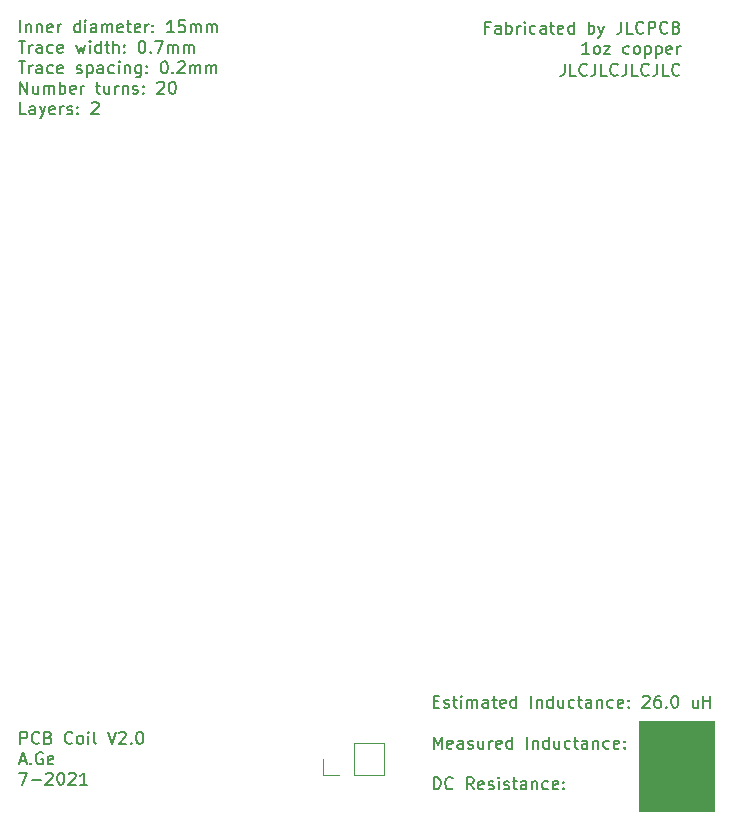
<source format=gbr>
G04 #@! TF.GenerationSoftware,KiCad,Pcbnew,(5.1.6)-1*
G04 #@! TF.CreationDate,2021-07-30T18:51:46-07:00*
G04 #@! TF.ProjectId,Inductor Coils,496e6475-6374-46f7-9220-436f696c732e,rev?*
G04 #@! TF.SameCoordinates,Original*
G04 #@! TF.FileFunction,Legend,Top*
G04 #@! TF.FilePolarity,Positive*
%FSLAX46Y46*%
G04 Gerber Fmt 4.6, Leading zero omitted, Abs format (unit mm)*
G04 Created by KiCad (PCBNEW (5.1.6)-1) date 2021-07-30 18:51:46*
%MOMM*%
%LPD*%
G01*
G04 APERTURE LIST*
%ADD10C,0.100000*%
%ADD11C,0.203200*%
%ADD12C,0.120000*%
G04 APERTURE END LIST*
D10*
G36*
X259080000Y-159385000D02*
G01*
X252730000Y-159385000D01*
X252730000Y-155575000D01*
X259080000Y-155575000D01*
X259080000Y-159385000D01*
G37*
X259080000Y-159385000D02*
X252730000Y-159385000D01*
X252730000Y-155575000D01*
X259080000Y-155575000D01*
X259080000Y-159385000D01*
G36*
X259080000Y-155575000D02*
G01*
X252730000Y-155575000D01*
X252730000Y-151765000D01*
X259080000Y-151765000D01*
X259080000Y-155575000D01*
G37*
X259080000Y-155575000D02*
X252730000Y-155575000D01*
X252730000Y-151765000D01*
X259080000Y-151765000D01*
X259080000Y-155575000D01*
D11*
X240063539Y-93063828D02*
X239724872Y-93063828D01*
X239724872Y-93596019D02*
X239724872Y-92580019D01*
X240208681Y-92580019D01*
X241031158Y-93596019D02*
X241031158Y-93063828D01*
X240982777Y-92967066D01*
X240886015Y-92918685D01*
X240692491Y-92918685D01*
X240595729Y-92967066D01*
X241031158Y-93547638D02*
X240934396Y-93596019D01*
X240692491Y-93596019D01*
X240595729Y-93547638D01*
X240547348Y-93450876D01*
X240547348Y-93354114D01*
X240595729Y-93257352D01*
X240692491Y-93208971D01*
X240934396Y-93208971D01*
X241031158Y-93160590D01*
X241514967Y-93596019D02*
X241514967Y-92580019D01*
X241514967Y-92967066D02*
X241611729Y-92918685D01*
X241805253Y-92918685D01*
X241902015Y-92967066D01*
X241950396Y-93015447D01*
X241998777Y-93112209D01*
X241998777Y-93402495D01*
X241950396Y-93499257D01*
X241902015Y-93547638D01*
X241805253Y-93596019D01*
X241611729Y-93596019D01*
X241514967Y-93547638D01*
X242434205Y-93596019D02*
X242434205Y-92918685D01*
X242434205Y-93112209D02*
X242482586Y-93015447D01*
X242530967Y-92967066D01*
X242627729Y-92918685D01*
X242724491Y-92918685D01*
X243063158Y-93596019D02*
X243063158Y-92918685D01*
X243063158Y-92580019D02*
X243014777Y-92628400D01*
X243063158Y-92676780D01*
X243111539Y-92628400D01*
X243063158Y-92580019D01*
X243063158Y-92676780D01*
X243982396Y-93547638D02*
X243885634Y-93596019D01*
X243692110Y-93596019D01*
X243595348Y-93547638D01*
X243546967Y-93499257D01*
X243498586Y-93402495D01*
X243498586Y-93112209D01*
X243546967Y-93015447D01*
X243595348Y-92967066D01*
X243692110Y-92918685D01*
X243885634Y-92918685D01*
X243982396Y-92967066D01*
X244853253Y-93596019D02*
X244853253Y-93063828D01*
X244804872Y-92967066D01*
X244708110Y-92918685D01*
X244514586Y-92918685D01*
X244417824Y-92967066D01*
X244853253Y-93547638D02*
X244756491Y-93596019D01*
X244514586Y-93596019D01*
X244417824Y-93547638D01*
X244369443Y-93450876D01*
X244369443Y-93354114D01*
X244417824Y-93257352D01*
X244514586Y-93208971D01*
X244756491Y-93208971D01*
X244853253Y-93160590D01*
X245191920Y-92918685D02*
X245578967Y-92918685D01*
X245337062Y-92580019D02*
X245337062Y-93450876D01*
X245385443Y-93547638D01*
X245482205Y-93596019D01*
X245578967Y-93596019D01*
X246304681Y-93547638D02*
X246207920Y-93596019D01*
X246014396Y-93596019D01*
X245917634Y-93547638D01*
X245869253Y-93450876D01*
X245869253Y-93063828D01*
X245917634Y-92967066D01*
X246014396Y-92918685D01*
X246207920Y-92918685D01*
X246304681Y-92967066D01*
X246353062Y-93063828D01*
X246353062Y-93160590D01*
X245869253Y-93257352D01*
X247223920Y-93596019D02*
X247223920Y-92580019D01*
X247223920Y-93547638D02*
X247127158Y-93596019D01*
X246933634Y-93596019D01*
X246836872Y-93547638D01*
X246788491Y-93499257D01*
X246740110Y-93402495D01*
X246740110Y-93112209D01*
X246788491Y-93015447D01*
X246836872Y-92967066D01*
X246933634Y-92918685D01*
X247127158Y-92918685D01*
X247223920Y-92967066D01*
X248481824Y-93596019D02*
X248481824Y-92580019D01*
X248481824Y-92967066D02*
X248578586Y-92918685D01*
X248772110Y-92918685D01*
X248868872Y-92967066D01*
X248917253Y-93015447D01*
X248965634Y-93112209D01*
X248965634Y-93402495D01*
X248917253Y-93499257D01*
X248868872Y-93547638D01*
X248772110Y-93596019D01*
X248578586Y-93596019D01*
X248481824Y-93547638D01*
X249304300Y-92918685D02*
X249546205Y-93596019D01*
X249788110Y-92918685D02*
X249546205Y-93596019D01*
X249449443Y-93837923D01*
X249401062Y-93886304D01*
X249304300Y-93934685D01*
X251239539Y-92580019D02*
X251239539Y-93305733D01*
X251191158Y-93450876D01*
X251094396Y-93547638D01*
X250949253Y-93596019D01*
X250852491Y-93596019D01*
X252207158Y-93596019D02*
X251723348Y-93596019D01*
X251723348Y-92580019D01*
X253126396Y-93499257D02*
X253078015Y-93547638D01*
X252932872Y-93596019D01*
X252836110Y-93596019D01*
X252690967Y-93547638D01*
X252594205Y-93450876D01*
X252545824Y-93354114D01*
X252497443Y-93160590D01*
X252497443Y-93015447D01*
X252545824Y-92821923D01*
X252594205Y-92725161D01*
X252690967Y-92628400D01*
X252836110Y-92580019D01*
X252932872Y-92580019D01*
X253078015Y-92628400D01*
X253126396Y-92676780D01*
X253561824Y-93596019D02*
X253561824Y-92580019D01*
X253948872Y-92580019D01*
X254045634Y-92628400D01*
X254094015Y-92676780D01*
X254142396Y-92773542D01*
X254142396Y-92918685D01*
X254094015Y-93015447D01*
X254045634Y-93063828D01*
X253948872Y-93112209D01*
X253561824Y-93112209D01*
X255158396Y-93499257D02*
X255110015Y-93547638D01*
X254964872Y-93596019D01*
X254868110Y-93596019D01*
X254722967Y-93547638D01*
X254626205Y-93450876D01*
X254577824Y-93354114D01*
X254529443Y-93160590D01*
X254529443Y-93015447D01*
X254577824Y-92821923D01*
X254626205Y-92725161D01*
X254722967Y-92628400D01*
X254868110Y-92580019D01*
X254964872Y-92580019D01*
X255110015Y-92628400D01*
X255158396Y-92676780D01*
X255932491Y-93063828D02*
X256077634Y-93112209D01*
X256126015Y-93160590D01*
X256174396Y-93257352D01*
X256174396Y-93402495D01*
X256126015Y-93499257D01*
X256077634Y-93547638D01*
X255980872Y-93596019D01*
X255593824Y-93596019D01*
X255593824Y-92580019D01*
X255932491Y-92580019D01*
X256029253Y-92628400D01*
X256077634Y-92676780D01*
X256126015Y-92773542D01*
X256126015Y-92870304D01*
X256077634Y-92967066D01*
X256029253Y-93015447D01*
X255932491Y-93063828D01*
X255593824Y-93063828D01*
X248530205Y-95323219D02*
X247949634Y-95323219D01*
X248239920Y-95323219D02*
X248239920Y-94307219D01*
X248143158Y-94452361D01*
X248046396Y-94549123D01*
X247949634Y-94597504D01*
X249110777Y-95323219D02*
X249014015Y-95274838D01*
X248965634Y-95226457D01*
X248917253Y-95129695D01*
X248917253Y-94839409D01*
X248965634Y-94742647D01*
X249014015Y-94694266D01*
X249110777Y-94645885D01*
X249255920Y-94645885D01*
X249352681Y-94694266D01*
X249401062Y-94742647D01*
X249449443Y-94839409D01*
X249449443Y-95129695D01*
X249401062Y-95226457D01*
X249352681Y-95274838D01*
X249255920Y-95323219D01*
X249110777Y-95323219D01*
X249788110Y-94645885D02*
X250320300Y-94645885D01*
X249788110Y-95323219D01*
X250320300Y-95323219D01*
X251916872Y-95274838D02*
X251820110Y-95323219D01*
X251626586Y-95323219D01*
X251529824Y-95274838D01*
X251481443Y-95226457D01*
X251433062Y-95129695D01*
X251433062Y-94839409D01*
X251481443Y-94742647D01*
X251529824Y-94694266D01*
X251626586Y-94645885D01*
X251820110Y-94645885D01*
X251916872Y-94694266D01*
X252497443Y-95323219D02*
X252400681Y-95274838D01*
X252352300Y-95226457D01*
X252303920Y-95129695D01*
X252303920Y-94839409D01*
X252352300Y-94742647D01*
X252400681Y-94694266D01*
X252497443Y-94645885D01*
X252642586Y-94645885D01*
X252739348Y-94694266D01*
X252787729Y-94742647D01*
X252836110Y-94839409D01*
X252836110Y-95129695D01*
X252787729Y-95226457D01*
X252739348Y-95274838D01*
X252642586Y-95323219D01*
X252497443Y-95323219D01*
X253271539Y-94645885D02*
X253271539Y-95661885D01*
X253271539Y-94694266D02*
X253368300Y-94645885D01*
X253561824Y-94645885D01*
X253658586Y-94694266D01*
X253706967Y-94742647D01*
X253755348Y-94839409D01*
X253755348Y-95129695D01*
X253706967Y-95226457D01*
X253658586Y-95274838D01*
X253561824Y-95323219D01*
X253368300Y-95323219D01*
X253271539Y-95274838D01*
X254190777Y-94645885D02*
X254190777Y-95661885D01*
X254190777Y-94694266D02*
X254287539Y-94645885D01*
X254481062Y-94645885D01*
X254577824Y-94694266D01*
X254626205Y-94742647D01*
X254674586Y-94839409D01*
X254674586Y-95129695D01*
X254626205Y-95226457D01*
X254577824Y-95274838D01*
X254481062Y-95323219D01*
X254287539Y-95323219D01*
X254190777Y-95274838D01*
X255497062Y-95274838D02*
X255400300Y-95323219D01*
X255206777Y-95323219D01*
X255110015Y-95274838D01*
X255061634Y-95178076D01*
X255061634Y-94791028D01*
X255110015Y-94694266D01*
X255206777Y-94645885D01*
X255400300Y-94645885D01*
X255497062Y-94694266D01*
X255545443Y-94791028D01*
X255545443Y-94887790D01*
X255061634Y-94984552D01*
X255980872Y-95323219D02*
X255980872Y-94645885D01*
X255980872Y-94839409D02*
X256029253Y-94742647D01*
X256077634Y-94694266D01*
X256174396Y-94645885D01*
X256271158Y-94645885D01*
X246449824Y-96143619D02*
X246449824Y-96869333D01*
X246401443Y-97014476D01*
X246304681Y-97111238D01*
X246159539Y-97159619D01*
X246062777Y-97159619D01*
X247417443Y-97159619D02*
X246933634Y-97159619D01*
X246933634Y-96143619D01*
X248336681Y-97062857D02*
X248288300Y-97111238D01*
X248143158Y-97159619D01*
X248046396Y-97159619D01*
X247901253Y-97111238D01*
X247804491Y-97014476D01*
X247756110Y-96917714D01*
X247707729Y-96724190D01*
X247707729Y-96579047D01*
X247756110Y-96385523D01*
X247804491Y-96288761D01*
X247901253Y-96192000D01*
X248046396Y-96143619D01*
X248143158Y-96143619D01*
X248288300Y-96192000D01*
X248336681Y-96240380D01*
X249062396Y-96143619D02*
X249062396Y-96869333D01*
X249014015Y-97014476D01*
X248917253Y-97111238D01*
X248772110Y-97159619D01*
X248675348Y-97159619D01*
X250030015Y-97159619D02*
X249546205Y-97159619D01*
X249546205Y-96143619D01*
X250949253Y-97062857D02*
X250900872Y-97111238D01*
X250755729Y-97159619D01*
X250658967Y-97159619D01*
X250513824Y-97111238D01*
X250417062Y-97014476D01*
X250368681Y-96917714D01*
X250320300Y-96724190D01*
X250320300Y-96579047D01*
X250368681Y-96385523D01*
X250417062Y-96288761D01*
X250513824Y-96192000D01*
X250658967Y-96143619D01*
X250755729Y-96143619D01*
X250900872Y-96192000D01*
X250949253Y-96240380D01*
X251674967Y-96143619D02*
X251674967Y-96869333D01*
X251626586Y-97014476D01*
X251529824Y-97111238D01*
X251384681Y-97159619D01*
X251287920Y-97159619D01*
X252642586Y-97159619D02*
X252158777Y-97159619D01*
X252158777Y-96143619D01*
X253561824Y-97062857D02*
X253513443Y-97111238D01*
X253368300Y-97159619D01*
X253271539Y-97159619D01*
X253126396Y-97111238D01*
X253029634Y-97014476D01*
X252981253Y-96917714D01*
X252932872Y-96724190D01*
X252932872Y-96579047D01*
X252981253Y-96385523D01*
X253029634Y-96288761D01*
X253126396Y-96192000D01*
X253271539Y-96143619D01*
X253368300Y-96143619D01*
X253513443Y-96192000D01*
X253561824Y-96240380D01*
X254287539Y-96143619D02*
X254287539Y-96869333D01*
X254239158Y-97014476D01*
X254142396Y-97111238D01*
X253997253Y-97159619D01*
X253900491Y-97159619D01*
X255255158Y-97159619D02*
X254771348Y-97159619D01*
X254771348Y-96143619D01*
X256174396Y-97062857D02*
X256126015Y-97111238D01*
X255980872Y-97159619D01*
X255884110Y-97159619D01*
X255738967Y-97111238D01*
X255642205Y-97014476D01*
X255593824Y-96917714D01*
X255545443Y-96724190D01*
X255545443Y-96579047D01*
X255593824Y-96385523D01*
X255642205Y-96288761D01*
X255738967Y-96192000D01*
X255884110Y-96143619D01*
X255980872Y-96143619D01*
X256126015Y-96192000D01*
X256174396Y-96240380D01*
X200373984Y-93505219D02*
X200373984Y-92489219D01*
X200857794Y-92827885D02*
X200857794Y-93505219D01*
X200857794Y-92924647D02*
X200906175Y-92876266D01*
X201002937Y-92827885D01*
X201148080Y-92827885D01*
X201244841Y-92876266D01*
X201293222Y-92973028D01*
X201293222Y-93505219D01*
X201777032Y-92827885D02*
X201777032Y-93505219D01*
X201777032Y-92924647D02*
X201825413Y-92876266D01*
X201922175Y-92827885D01*
X202067318Y-92827885D01*
X202164080Y-92876266D01*
X202212460Y-92973028D01*
X202212460Y-93505219D01*
X203083318Y-93456838D02*
X202986556Y-93505219D01*
X202793032Y-93505219D01*
X202696270Y-93456838D01*
X202647889Y-93360076D01*
X202647889Y-92973028D01*
X202696270Y-92876266D01*
X202793032Y-92827885D01*
X202986556Y-92827885D01*
X203083318Y-92876266D01*
X203131699Y-92973028D01*
X203131699Y-93069790D01*
X202647889Y-93166552D01*
X203567127Y-93505219D02*
X203567127Y-92827885D01*
X203567127Y-93021409D02*
X203615508Y-92924647D01*
X203663889Y-92876266D01*
X203760651Y-92827885D01*
X203857413Y-92827885D01*
X205405603Y-93505219D02*
X205405603Y-92489219D01*
X205405603Y-93456838D02*
X205308841Y-93505219D01*
X205115318Y-93505219D01*
X205018556Y-93456838D01*
X204970175Y-93408457D01*
X204921794Y-93311695D01*
X204921794Y-93021409D01*
X204970175Y-92924647D01*
X205018556Y-92876266D01*
X205115318Y-92827885D01*
X205308841Y-92827885D01*
X205405603Y-92876266D01*
X205889413Y-93505219D02*
X205889413Y-92827885D01*
X205889413Y-92489219D02*
X205841032Y-92537600D01*
X205889413Y-92585980D01*
X205937794Y-92537600D01*
X205889413Y-92489219D01*
X205889413Y-92585980D01*
X206808651Y-93505219D02*
X206808651Y-92973028D01*
X206760270Y-92876266D01*
X206663508Y-92827885D01*
X206469984Y-92827885D01*
X206373222Y-92876266D01*
X206808651Y-93456838D02*
X206711889Y-93505219D01*
X206469984Y-93505219D01*
X206373222Y-93456838D01*
X206324841Y-93360076D01*
X206324841Y-93263314D01*
X206373222Y-93166552D01*
X206469984Y-93118171D01*
X206711889Y-93118171D01*
X206808651Y-93069790D01*
X207292460Y-93505219D02*
X207292460Y-92827885D01*
X207292460Y-92924647D02*
X207340841Y-92876266D01*
X207437603Y-92827885D01*
X207582746Y-92827885D01*
X207679508Y-92876266D01*
X207727889Y-92973028D01*
X207727889Y-93505219D01*
X207727889Y-92973028D02*
X207776270Y-92876266D01*
X207873032Y-92827885D01*
X208018175Y-92827885D01*
X208114937Y-92876266D01*
X208163318Y-92973028D01*
X208163318Y-93505219D01*
X209034175Y-93456838D02*
X208937413Y-93505219D01*
X208743889Y-93505219D01*
X208647127Y-93456838D01*
X208598746Y-93360076D01*
X208598746Y-92973028D01*
X208647127Y-92876266D01*
X208743889Y-92827885D01*
X208937413Y-92827885D01*
X209034175Y-92876266D01*
X209082556Y-92973028D01*
X209082556Y-93069790D01*
X208598746Y-93166552D01*
X209372841Y-92827885D02*
X209759889Y-92827885D01*
X209517984Y-92489219D02*
X209517984Y-93360076D01*
X209566365Y-93456838D01*
X209663127Y-93505219D01*
X209759889Y-93505219D01*
X210485603Y-93456838D02*
X210388841Y-93505219D01*
X210195318Y-93505219D01*
X210098556Y-93456838D01*
X210050175Y-93360076D01*
X210050175Y-92973028D01*
X210098556Y-92876266D01*
X210195318Y-92827885D01*
X210388841Y-92827885D01*
X210485603Y-92876266D01*
X210533984Y-92973028D01*
X210533984Y-93069790D01*
X210050175Y-93166552D01*
X210969413Y-93505219D02*
X210969413Y-92827885D01*
X210969413Y-93021409D02*
X211017794Y-92924647D01*
X211066175Y-92876266D01*
X211162937Y-92827885D01*
X211259699Y-92827885D01*
X211598365Y-93408457D02*
X211646746Y-93456838D01*
X211598365Y-93505219D01*
X211549984Y-93456838D01*
X211598365Y-93408457D01*
X211598365Y-93505219D01*
X211598365Y-92876266D02*
X211646746Y-92924647D01*
X211598365Y-92973028D01*
X211549984Y-92924647D01*
X211598365Y-92876266D01*
X211598365Y-92973028D01*
X213388460Y-93505219D02*
X212807889Y-93505219D01*
X213098175Y-93505219D02*
X213098175Y-92489219D01*
X213001413Y-92634361D01*
X212904651Y-92731123D01*
X212807889Y-92779504D01*
X214307699Y-92489219D02*
X213823889Y-92489219D01*
X213775508Y-92973028D01*
X213823889Y-92924647D01*
X213920651Y-92876266D01*
X214162556Y-92876266D01*
X214259318Y-92924647D01*
X214307699Y-92973028D01*
X214356080Y-93069790D01*
X214356080Y-93311695D01*
X214307699Y-93408457D01*
X214259318Y-93456838D01*
X214162556Y-93505219D01*
X213920651Y-93505219D01*
X213823889Y-93456838D01*
X213775508Y-93408457D01*
X214791508Y-93505219D02*
X214791508Y-92827885D01*
X214791508Y-92924647D02*
X214839889Y-92876266D01*
X214936651Y-92827885D01*
X215081794Y-92827885D01*
X215178556Y-92876266D01*
X215226937Y-92973028D01*
X215226937Y-93505219D01*
X215226937Y-92973028D02*
X215275318Y-92876266D01*
X215372080Y-92827885D01*
X215517222Y-92827885D01*
X215613984Y-92876266D01*
X215662365Y-92973028D01*
X215662365Y-93505219D01*
X216146175Y-93505219D02*
X216146175Y-92827885D01*
X216146175Y-92924647D02*
X216194556Y-92876266D01*
X216291318Y-92827885D01*
X216436460Y-92827885D01*
X216533222Y-92876266D01*
X216581603Y-92973028D01*
X216581603Y-93505219D01*
X216581603Y-92973028D02*
X216629984Y-92876266D01*
X216726746Y-92827885D01*
X216871889Y-92827885D01*
X216968651Y-92876266D01*
X217017032Y-92973028D01*
X217017032Y-93505219D01*
X200228841Y-94216419D02*
X200809413Y-94216419D01*
X200519127Y-95232419D02*
X200519127Y-94216419D01*
X201148080Y-95232419D02*
X201148080Y-94555085D01*
X201148080Y-94748609D02*
X201196460Y-94651847D01*
X201244841Y-94603466D01*
X201341603Y-94555085D01*
X201438365Y-94555085D01*
X202212460Y-95232419D02*
X202212460Y-94700228D01*
X202164080Y-94603466D01*
X202067318Y-94555085D01*
X201873794Y-94555085D01*
X201777032Y-94603466D01*
X202212460Y-95184038D02*
X202115699Y-95232419D01*
X201873794Y-95232419D01*
X201777032Y-95184038D01*
X201728651Y-95087276D01*
X201728651Y-94990514D01*
X201777032Y-94893752D01*
X201873794Y-94845371D01*
X202115699Y-94845371D01*
X202212460Y-94796990D01*
X203131699Y-95184038D02*
X203034937Y-95232419D01*
X202841413Y-95232419D01*
X202744651Y-95184038D01*
X202696270Y-95135657D01*
X202647889Y-95038895D01*
X202647889Y-94748609D01*
X202696270Y-94651847D01*
X202744651Y-94603466D01*
X202841413Y-94555085D01*
X203034937Y-94555085D01*
X203131699Y-94603466D01*
X203954175Y-95184038D02*
X203857413Y-95232419D01*
X203663889Y-95232419D01*
X203567127Y-95184038D01*
X203518746Y-95087276D01*
X203518746Y-94700228D01*
X203567127Y-94603466D01*
X203663889Y-94555085D01*
X203857413Y-94555085D01*
X203954175Y-94603466D01*
X204002556Y-94700228D01*
X204002556Y-94796990D01*
X203518746Y-94893752D01*
X205115318Y-94555085D02*
X205308841Y-95232419D01*
X205502365Y-94748609D01*
X205695889Y-95232419D01*
X205889413Y-94555085D01*
X206276460Y-95232419D02*
X206276460Y-94555085D01*
X206276460Y-94216419D02*
X206228080Y-94264800D01*
X206276460Y-94313180D01*
X206324841Y-94264800D01*
X206276460Y-94216419D01*
X206276460Y-94313180D01*
X207195699Y-95232419D02*
X207195699Y-94216419D01*
X207195699Y-95184038D02*
X207098937Y-95232419D01*
X206905413Y-95232419D01*
X206808651Y-95184038D01*
X206760270Y-95135657D01*
X206711889Y-95038895D01*
X206711889Y-94748609D01*
X206760270Y-94651847D01*
X206808651Y-94603466D01*
X206905413Y-94555085D01*
X207098937Y-94555085D01*
X207195699Y-94603466D01*
X207534365Y-94555085D02*
X207921413Y-94555085D01*
X207679508Y-94216419D02*
X207679508Y-95087276D01*
X207727889Y-95184038D01*
X207824651Y-95232419D01*
X207921413Y-95232419D01*
X208260080Y-95232419D02*
X208260080Y-94216419D01*
X208695508Y-95232419D02*
X208695508Y-94700228D01*
X208647127Y-94603466D01*
X208550365Y-94555085D01*
X208405222Y-94555085D01*
X208308460Y-94603466D01*
X208260080Y-94651847D01*
X209179318Y-95135657D02*
X209227699Y-95184038D01*
X209179318Y-95232419D01*
X209130937Y-95184038D01*
X209179318Y-95135657D01*
X209179318Y-95232419D01*
X209179318Y-94603466D02*
X209227699Y-94651847D01*
X209179318Y-94700228D01*
X209130937Y-94651847D01*
X209179318Y-94603466D01*
X209179318Y-94700228D01*
X210630746Y-94216419D02*
X210727508Y-94216419D01*
X210824270Y-94264800D01*
X210872651Y-94313180D01*
X210921032Y-94409942D01*
X210969413Y-94603466D01*
X210969413Y-94845371D01*
X210921032Y-95038895D01*
X210872651Y-95135657D01*
X210824270Y-95184038D01*
X210727508Y-95232419D01*
X210630746Y-95232419D01*
X210533984Y-95184038D01*
X210485603Y-95135657D01*
X210437222Y-95038895D01*
X210388841Y-94845371D01*
X210388841Y-94603466D01*
X210437222Y-94409942D01*
X210485603Y-94313180D01*
X210533984Y-94264800D01*
X210630746Y-94216419D01*
X211404841Y-95135657D02*
X211453222Y-95184038D01*
X211404841Y-95232419D01*
X211356460Y-95184038D01*
X211404841Y-95135657D01*
X211404841Y-95232419D01*
X211791889Y-94216419D02*
X212469222Y-94216419D01*
X212033794Y-95232419D01*
X212856270Y-95232419D02*
X212856270Y-94555085D01*
X212856270Y-94651847D02*
X212904651Y-94603466D01*
X213001413Y-94555085D01*
X213146556Y-94555085D01*
X213243318Y-94603466D01*
X213291699Y-94700228D01*
X213291699Y-95232419D01*
X213291699Y-94700228D02*
X213340080Y-94603466D01*
X213436841Y-94555085D01*
X213581984Y-94555085D01*
X213678746Y-94603466D01*
X213727127Y-94700228D01*
X213727127Y-95232419D01*
X214210937Y-95232419D02*
X214210937Y-94555085D01*
X214210937Y-94651847D02*
X214259318Y-94603466D01*
X214356080Y-94555085D01*
X214501222Y-94555085D01*
X214597984Y-94603466D01*
X214646365Y-94700228D01*
X214646365Y-95232419D01*
X214646365Y-94700228D02*
X214694746Y-94603466D01*
X214791508Y-94555085D01*
X214936651Y-94555085D01*
X215033413Y-94603466D01*
X215081794Y-94700228D01*
X215081794Y-95232419D01*
X200228841Y-95943619D02*
X200809413Y-95943619D01*
X200519127Y-96959619D02*
X200519127Y-95943619D01*
X201148080Y-96959619D02*
X201148080Y-96282285D01*
X201148080Y-96475809D02*
X201196460Y-96379047D01*
X201244841Y-96330666D01*
X201341603Y-96282285D01*
X201438365Y-96282285D01*
X202212460Y-96959619D02*
X202212460Y-96427428D01*
X202164080Y-96330666D01*
X202067318Y-96282285D01*
X201873794Y-96282285D01*
X201777032Y-96330666D01*
X202212460Y-96911238D02*
X202115699Y-96959619D01*
X201873794Y-96959619D01*
X201777032Y-96911238D01*
X201728651Y-96814476D01*
X201728651Y-96717714D01*
X201777032Y-96620952D01*
X201873794Y-96572571D01*
X202115699Y-96572571D01*
X202212460Y-96524190D01*
X203131699Y-96911238D02*
X203034937Y-96959619D01*
X202841413Y-96959619D01*
X202744651Y-96911238D01*
X202696270Y-96862857D01*
X202647889Y-96766095D01*
X202647889Y-96475809D01*
X202696270Y-96379047D01*
X202744651Y-96330666D01*
X202841413Y-96282285D01*
X203034937Y-96282285D01*
X203131699Y-96330666D01*
X203954175Y-96911238D02*
X203857413Y-96959619D01*
X203663889Y-96959619D01*
X203567127Y-96911238D01*
X203518746Y-96814476D01*
X203518746Y-96427428D01*
X203567127Y-96330666D01*
X203663889Y-96282285D01*
X203857413Y-96282285D01*
X203954175Y-96330666D01*
X204002556Y-96427428D01*
X204002556Y-96524190D01*
X203518746Y-96620952D01*
X205163699Y-96911238D02*
X205260460Y-96959619D01*
X205453984Y-96959619D01*
X205550746Y-96911238D01*
X205599127Y-96814476D01*
X205599127Y-96766095D01*
X205550746Y-96669333D01*
X205453984Y-96620952D01*
X205308841Y-96620952D01*
X205212080Y-96572571D01*
X205163699Y-96475809D01*
X205163699Y-96427428D01*
X205212080Y-96330666D01*
X205308841Y-96282285D01*
X205453984Y-96282285D01*
X205550746Y-96330666D01*
X206034556Y-96282285D02*
X206034556Y-97298285D01*
X206034556Y-96330666D02*
X206131318Y-96282285D01*
X206324841Y-96282285D01*
X206421603Y-96330666D01*
X206469984Y-96379047D01*
X206518365Y-96475809D01*
X206518365Y-96766095D01*
X206469984Y-96862857D01*
X206421603Y-96911238D01*
X206324841Y-96959619D01*
X206131318Y-96959619D01*
X206034556Y-96911238D01*
X207389222Y-96959619D02*
X207389222Y-96427428D01*
X207340841Y-96330666D01*
X207244080Y-96282285D01*
X207050556Y-96282285D01*
X206953794Y-96330666D01*
X207389222Y-96911238D02*
X207292460Y-96959619D01*
X207050556Y-96959619D01*
X206953794Y-96911238D01*
X206905413Y-96814476D01*
X206905413Y-96717714D01*
X206953794Y-96620952D01*
X207050556Y-96572571D01*
X207292460Y-96572571D01*
X207389222Y-96524190D01*
X208308460Y-96911238D02*
X208211699Y-96959619D01*
X208018175Y-96959619D01*
X207921413Y-96911238D01*
X207873032Y-96862857D01*
X207824651Y-96766095D01*
X207824651Y-96475809D01*
X207873032Y-96379047D01*
X207921413Y-96330666D01*
X208018175Y-96282285D01*
X208211699Y-96282285D01*
X208308460Y-96330666D01*
X208743889Y-96959619D02*
X208743889Y-96282285D01*
X208743889Y-95943619D02*
X208695508Y-95992000D01*
X208743889Y-96040380D01*
X208792270Y-95992000D01*
X208743889Y-95943619D01*
X208743889Y-96040380D01*
X209227699Y-96282285D02*
X209227699Y-96959619D01*
X209227699Y-96379047D02*
X209276080Y-96330666D01*
X209372841Y-96282285D01*
X209517984Y-96282285D01*
X209614746Y-96330666D01*
X209663127Y-96427428D01*
X209663127Y-96959619D01*
X210582365Y-96282285D02*
X210582365Y-97104761D01*
X210533984Y-97201523D01*
X210485603Y-97249904D01*
X210388841Y-97298285D01*
X210243699Y-97298285D01*
X210146937Y-97249904D01*
X210582365Y-96911238D02*
X210485603Y-96959619D01*
X210292080Y-96959619D01*
X210195318Y-96911238D01*
X210146937Y-96862857D01*
X210098556Y-96766095D01*
X210098556Y-96475809D01*
X210146937Y-96379047D01*
X210195318Y-96330666D01*
X210292080Y-96282285D01*
X210485603Y-96282285D01*
X210582365Y-96330666D01*
X211066175Y-96862857D02*
X211114556Y-96911238D01*
X211066175Y-96959619D01*
X211017794Y-96911238D01*
X211066175Y-96862857D01*
X211066175Y-96959619D01*
X211066175Y-96330666D02*
X211114556Y-96379047D01*
X211066175Y-96427428D01*
X211017794Y-96379047D01*
X211066175Y-96330666D01*
X211066175Y-96427428D01*
X212517603Y-95943619D02*
X212614365Y-95943619D01*
X212711127Y-95992000D01*
X212759508Y-96040380D01*
X212807889Y-96137142D01*
X212856270Y-96330666D01*
X212856270Y-96572571D01*
X212807889Y-96766095D01*
X212759508Y-96862857D01*
X212711127Y-96911238D01*
X212614365Y-96959619D01*
X212517603Y-96959619D01*
X212420841Y-96911238D01*
X212372460Y-96862857D01*
X212324080Y-96766095D01*
X212275699Y-96572571D01*
X212275699Y-96330666D01*
X212324080Y-96137142D01*
X212372460Y-96040380D01*
X212420841Y-95992000D01*
X212517603Y-95943619D01*
X213291699Y-96862857D02*
X213340080Y-96911238D01*
X213291699Y-96959619D01*
X213243318Y-96911238D01*
X213291699Y-96862857D01*
X213291699Y-96959619D01*
X213727127Y-96040380D02*
X213775508Y-95992000D01*
X213872270Y-95943619D01*
X214114175Y-95943619D01*
X214210937Y-95992000D01*
X214259318Y-96040380D01*
X214307699Y-96137142D01*
X214307699Y-96233904D01*
X214259318Y-96379047D01*
X213678746Y-96959619D01*
X214307699Y-96959619D01*
X214743127Y-96959619D02*
X214743127Y-96282285D01*
X214743127Y-96379047D02*
X214791508Y-96330666D01*
X214888270Y-96282285D01*
X215033413Y-96282285D01*
X215130175Y-96330666D01*
X215178556Y-96427428D01*
X215178556Y-96959619D01*
X215178556Y-96427428D02*
X215226937Y-96330666D01*
X215323699Y-96282285D01*
X215468841Y-96282285D01*
X215565603Y-96330666D01*
X215613984Y-96427428D01*
X215613984Y-96959619D01*
X216097794Y-96959619D02*
X216097794Y-96282285D01*
X216097794Y-96379047D02*
X216146175Y-96330666D01*
X216242937Y-96282285D01*
X216388080Y-96282285D01*
X216484841Y-96330666D01*
X216533222Y-96427428D01*
X216533222Y-96959619D01*
X216533222Y-96427428D02*
X216581603Y-96330666D01*
X216678365Y-96282285D01*
X216823508Y-96282285D01*
X216920270Y-96330666D01*
X216968651Y-96427428D01*
X216968651Y-96959619D01*
X200373984Y-98686819D02*
X200373984Y-97670819D01*
X200954556Y-98686819D01*
X200954556Y-97670819D01*
X201873794Y-98009485D02*
X201873794Y-98686819D01*
X201438365Y-98009485D02*
X201438365Y-98541676D01*
X201486746Y-98638438D01*
X201583508Y-98686819D01*
X201728651Y-98686819D01*
X201825413Y-98638438D01*
X201873794Y-98590057D01*
X202357603Y-98686819D02*
X202357603Y-98009485D01*
X202357603Y-98106247D02*
X202405984Y-98057866D01*
X202502746Y-98009485D01*
X202647889Y-98009485D01*
X202744651Y-98057866D01*
X202793032Y-98154628D01*
X202793032Y-98686819D01*
X202793032Y-98154628D02*
X202841413Y-98057866D01*
X202938175Y-98009485D01*
X203083318Y-98009485D01*
X203180080Y-98057866D01*
X203228460Y-98154628D01*
X203228460Y-98686819D01*
X203712270Y-98686819D02*
X203712270Y-97670819D01*
X203712270Y-98057866D02*
X203809032Y-98009485D01*
X204002556Y-98009485D01*
X204099318Y-98057866D01*
X204147699Y-98106247D01*
X204196080Y-98203009D01*
X204196080Y-98493295D01*
X204147699Y-98590057D01*
X204099318Y-98638438D01*
X204002556Y-98686819D01*
X203809032Y-98686819D01*
X203712270Y-98638438D01*
X205018556Y-98638438D02*
X204921794Y-98686819D01*
X204728270Y-98686819D01*
X204631508Y-98638438D01*
X204583127Y-98541676D01*
X204583127Y-98154628D01*
X204631508Y-98057866D01*
X204728270Y-98009485D01*
X204921794Y-98009485D01*
X205018556Y-98057866D01*
X205066937Y-98154628D01*
X205066937Y-98251390D01*
X204583127Y-98348152D01*
X205502365Y-98686819D02*
X205502365Y-98009485D01*
X205502365Y-98203009D02*
X205550746Y-98106247D01*
X205599127Y-98057866D01*
X205695889Y-98009485D01*
X205792651Y-98009485D01*
X206760270Y-98009485D02*
X207147318Y-98009485D01*
X206905413Y-97670819D02*
X206905413Y-98541676D01*
X206953794Y-98638438D01*
X207050556Y-98686819D01*
X207147318Y-98686819D01*
X207921413Y-98009485D02*
X207921413Y-98686819D01*
X207485984Y-98009485D02*
X207485984Y-98541676D01*
X207534365Y-98638438D01*
X207631127Y-98686819D01*
X207776270Y-98686819D01*
X207873032Y-98638438D01*
X207921413Y-98590057D01*
X208405222Y-98686819D02*
X208405222Y-98009485D01*
X208405222Y-98203009D02*
X208453603Y-98106247D01*
X208501984Y-98057866D01*
X208598746Y-98009485D01*
X208695508Y-98009485D01*
X209034175Y-98009485D02*
X209034175Y-98686819D01*
X209034175Y-98106247D02*
X209082556Y-98057866D01*
X209179318Y-98009485D01*
X209324460Y-98009485D01*
X209421222Y-98057866D01*
X209469603Y-98154628D01*
X209469603Y-98686819D01*
X209905032Y-98638438D02*
X210001794Y-98686819D01*
X210195318Y-98686819D01*
X210292080Y-98638438D01*
X210340460Y-98541676D01*
X210340460Y-98493295D01*
X210292080Y-98396533D01*
X210195318Y-98348152D01*
X210050175Y-98348152D01*
X209953413Y-98299771D01*
X209905032Y-98203009D01*
X209905032Y-98154628D01*
X209953413Y-98057866D01*
X210050175Y-98009485D01*
X210195318Y-98009485D01*
X210292080Y-98057866D01*
X210775889Y-98590057D02*
X210824270Y-98638438D01*
X210775889Y-98686819D01*
X210727508Y-98638438D01*
X210775889Y-98590057D01*
X210775889Y-98686819D01*
X210775889Y-98057866D02*
X210824270Y-98106247D01*
X210775889Y-98154628D01*
X210727508Y-98106247D01*
X210775889Y-98057866D01*
X210775889Y-98154628D01*
X211985413Y-97767580D02*
X212033794Y-97719200D01*
X212130556Y-97670819D01*
X212372460Y-97670819D01*
X212469222Y-97719200D01*
X212517603Y-97767580D01*
X212565984Y-97864342D01*
X212565984Y-97961104D01*
X212517603Y-98106247D01*
X211937032Y-98686819D01*
X212565984Y-98686819D01*
X213194937Y-97670819D02*
X213291699Y-97670819D01*
X213388460Y-97719200D01*
X213436841Y-97767580D01*
X213485222Y-97864342D01*
X213533603Y-98057866D01*
X213533603Y-98299771D01*
X213485222Y-98493295D01*
X213436841Y-98590057D01*
X213388460Y-98638438D01*
X213291699Y-98686819D01*
X213194937Y-98686819D01*
X213098175Y-98638438D01*
X213049794Y-98590057D01*
X213001413Y-98493295D01*
X212953032Y-98299771D01*
X212953032Y-98057866D01*
X213001413Y-97864342D01*
X213049794Y-97767580D01*
X213098175Y-97719200D01*
X213194937Y-97670819D01*
X200857794Y-100414019D02*
X200373984Y-100414019D01*
X200373984Y-99398019D01*
X201631889Y-100414019D02*
X201631889Y-99881828D01*
X201583508Y-99785066D01*
X201486746Y-99736685D01*
X201293222Y-99736685D01*
X201196460Y-99785066D01*
X201631889Y-100365638D02*
X201535127Y-100414019D01*
X201293222Y-100414019D01*
X201196460Y-100365638D01*
X201148080Y-100268876D01*
X201148080Y-100172114D01*
X201196460Y-100075352D01*
X201293222Y-100026971D01*
X201535127Y-100026971D01*
X201631889Y-99978590D01*
X202018937Y-99736685D02*
X202260841Y-100414019D01*
X202502746Y-99736685D02*
X202260841Y-100414019D01*
X202164080Y-100655923D01*
X202115699Y-100704304D01*
X202018937Y-100752685D01*
X203276841Y-100365638D02*
X203180080Y-100414019D01*
X202986556Y-100414019D01*
X202889794Y-100365638D01*
X202841413Y-100268876D01*
X202841413Y-99881828D01*
X202889794Y-99785066D01*
X202986556Y-99736685D01*
X203180080Y-99736685D01*
X203276841Y-99785066D01*
X203325222Y-99881828D01*
X203325222Y-99978590D01*
X202841413Y-100075352D01*
X203760651Y-100414019D02*
X203760651Y-99736685D01*
X203760651Y-99930209D02*
X203809032Y-99833447D01*
X203857413Y-99785066D01*
X203954175Y-99736685D01*
X204050937Y-99736685D01*
X204341222Y-100365638D02*
X204437984Y-100414019D01*
X204631508Y-100414019D01*
X204728270Y-100365638D01*
X204776651Y-100268876D01*
X204776651Y-100220495D01*
X204728270Y-100123733D01*
X204631508Y-100075352D01*
X204486365Y-100075352D01*
X204389603Y-100026971D01*
X204341222Y-99930209D01*
X204341222Y-99881828D01*
X204389603Y-99785066D01*
X204486365Y-99736685D01*
X204631508Y-99736685D01*
X204728270Y-99785066D01*
X205212080Y-100317257D02*
X205260460Y-100365638D01*
X205212080Y-100414019D01*
X205163699Y-100365638D01*
X205212080Y-100317257D01*
X205212080Y-100414019D01*
X205212080Y-99785066D02*
X205260460Y-99833447D01*
X205212080Y-99881828D01*
X205163699Y-99833447D01*
X205212080Y-99785066D01*
X205212080Y-99881828D01*
X206421603Y-99494780D02*
X206469984Y-99446400D01*
X206566746Y-99398019D01*
X206808651Y-99398019D01*
X206905413Y-99446400D01*
X206953794Y-99494780D01*
X207002175Y-99591542D01*
X207002175Y-99688304D01*
X206953794Y-99833447D01*
X206373222Y-100414019D01*
X207002175Y-100414019D01*
X235373984Y-150143028D02*
X235712651Y-150143028D01*
X235857794Y-150675219D02*
X235373984Y-150675219D01*
X235373984Y-149659219D01*
X235857794Y-149659219D01*
X236244841Y-150626838D02*
X236341603Y-150675219D01*
X236535127Y-150675219D01*
X236631889Y-150626838D01*
X236680270Y-150530076D01*
X236680270Y-150481695D01*
X236631889Y-150384933D01*
X236535127Y-150336552D01*
X236389984Y-150336552D01*
X236293222Y-150288171D01*
X236244841Y-150191409D01*
X236244841Y-150143028D01*
X236293222Y-150046266D01*
X236389984Y-149997885D01*
X236535127Y-149997885D01*
X236631889Y-150046266D01*
X236970556Y-149997885D02*
X237357603Y-149997885D01*
X237115699Y-149659219D02*
X237115699Y-150530076D01*
X237164080Y-150626838D01*
X237260841Y-150675219D01*
X237357603Y-150675219D01*
X237696270Y-150675219D02*
X237696270Y-149997885D01*
X237696270Y-149659219D02*
X237647889Y-149707600D01*
X237696270Y-149755980D01*
X237744651Y-149707600D01*
X237696270Y-149659219D01*
X237696270Y-149755980D01*
X238180080Y-150675219D02*
X238180080Y-149997885D01*
X238180080Y-150094647D02*
X238228460Y-150046266D01*
X238325222Y-149997885D01*
X238470365Y-149997885D01*
X238567127Y-150046266D01*
X238615508Y-150143028D01*
X238615508Y-150675219D01*
X238615508Y-150143028D02*
X238663889Y-150046266D01*
X238760651Y-149997885D01*
X238905794Y-149997885D01*
X239002556Y-150046266D01*
X239050937Y-150143028D01*
X239050937Y-150675219D01*
X239970175Y-150675219D02*
X239970175Y-150143028D01*
X239921794Y-150046266D01*
X239825032Y-149997885D01*
X239631508Y-149997885D01*
X239534746Y-150046266D01*
X239970175Y-150626838D02*
X239873413Y-150675219D01*
X239631508Y-150675219D01*
X239534746Y-150626838D01*
X239486365Y-150530076D01*
X239486365Y-150433314D01*
X239534746Y-150336552D01*
X239631508Y-150288171D01*
X239873413Y-150288171D01*
X239970175Y-150239790D01*
X240308841Y-149997885D02*
X240695889Y-149997885D01*
X240453984Y-149659219D02*
X240453984Y-150530076D01*
X240502365Y-150626838D01*
X240599127Y-150675219D01*
X240695889Y-150675219D01*
X241421603Y-150626838D02*
X241324841Y-150675219D01*
X241131318Y-150675219D01*
X241034556Y-150626838D01*
X240986175Y-150530076D01*
X240986175Y-150143028D01*
X241034556Y-150046266D01*
X241131318Y-149997885D01*
X241324841Y-149997885D01*
X241421603Y-150046266D01*
X241469984Y-150143028D01*
X241469984Y-150239790D01*
X240986175Y-150336552D01*
X242340841Y-150675219D02*
X242340841Y-149659219D01*
X242340841Y-150626838D02*
X242244080Y-150675219D01*
X242050556Y-150675219D01*
X241953794Y-150626838D01*
X241905413Y-150578457D01*
X241857032Y-150481695D01*
X241857032Y-150191409D01*
X241905413Y-150094647D01*
X241953794Y-150046266D01*
X242050556Y-149997885D01*
X242244080Y-149997885D01*
X242340841Y-150046266D01*
X243598746Y-150675219D02*
X243598746Y-149659219D01*
X244082556Y-149997885D02*
X244082556Y-150675219D01*
X244082556Y-150094647D02*
X244130937Y-150046266D01*
X244227699Y-149997885D01*
X244372841Y-149997885D01*
X244469603Y-150046266D01*
X244517984Y-150143028D01*
X244517984Y-150675219D01*
X245437222Y-150675219D02*
X245437222Y-149659219D01*
X245437222Y-150626838D02*
X245340460Y-150675219D01*
X245146937Y-150675219D01*
X245050175Y-150626838D01*
X245001794Y-150578457D01*
X244953413Y-150481695D01*
X244953413Y-150191409D01*
X245001794Y-150094647D01*
X245050175Y-150046266D01*
X245146937Y-149997885D01*
X245340460Y-149997885D01*
X245437222Y-150046266D01*
X246356460Y-149997885D02*
X246356460Y-150675219D01*
X245921032Y-149997885D02*
X245921032Y-150530076D01*
X245969413Y-150626838D01*
X246066175Y-150675219D01*
X246211318Y-150675219D01*
X246308080Y-150626838D01*
X246356460Y-150578457D01*
X247275699Y-150626838D02*
X247178937Y-150675219D01*
X246985413Y-150675219D01*
X246888651Y-150626838D01*
X246840270Y-150578457D01*
X246791889Y-150481695D01*
X246791889Y-150191409D01*
X246840270Y-150094647D01*
X246888651Y-150046266D01*
X246985413Y-149997885D01*
X247178937Y-149997885D01*
X247275699Y-150046266D01*
X247565984Y-149997885D02*
X247953032Y-149997885D01*
X247711127Y-149659219D02*
X247711127Y-150530076D01*
X247759508Y-150626838D01*
X247856270Y-150675219D01*
X247953032Y-150675219D01*
X248727127Y-150675219D02*
X248727127Y-150143028D01*
X248678746Y-150046266D01*
X248581984Y-149997885D01*
X248388460Y-149997885D01*
X248291699Y-150046266D01*
X248727127Y-150626838D02*
X248630365Y-150675219D01*
X248388460Y-150675219D01*
X248291699Y-150626838D01*
X248243318Y-150530076D01*
X248243318Y-150433314D01*
X248291699Y-150336552D01*
X248388460Y-150288171D01*
X248630365Y-150288171D01*
X248727127Y-150239790D01*
X249210937Y-149997885D02*
X249210937Y-150675219D01*
X249210937Y-150094647D02*
X249259318Y-150046266D01*
X249356080Y-149997885D01*
X249501222Y-149997885D01*
X249597984Y-150046266D01*
X249646365Y-150143028D01*
X249646365Y-150675219D01*
X250565603Y-150626838D02*
X250468841Y-150675219D01*
X250275318Y-150675219D01*
X250178556Y-150626838D01*
X250130175Y-150578457D01*
X250081794Y-150481695D01*
X250081794Y-150191409D01*
X250130175Y-150094647D01*
X250178556Y-150046266D01*
X250275318Y-149997885D01*
X250468841Y-149997885D01*
X250565603Y-150046266D01*
X251388080Y-150626838D02*
X251291318Y-150675219D01*
X251097794Y-150675219D01*
X251001032Y-150626838D01*
X250952651Y-150530076D01*
X250952651Y-150143028D01*
X251001032Y-150046266D01*
X251097794Y-149997885D01*
X251291318Y-149997885D01*
X251388080Y-150046266D01*
X251436460Y-150143028D01*
X251436460Y-150239790D01*
X250952651Y-150336552D01*
X251871889Y-150578457D02*
X251920270Y-150626838D01*
X251871889Y-150675219D01*
X251823508Y-150626838D01*
X251871889Y-150578457D01*
X251871889Y-150675219D01*
X251871889Y-150046266D02*
X251920270Y-150094647D01*
X251871889Y-150143028D01*
X251823508Y-150094647D01*
X251871889Y-150046266D01*
X251871889Y-150143028D01*
X253081413Y-149755980D02*
X253129794Y-149707600D01*
X253226556Y-149659219D01*
X253468460Y-149659219D01*
X253565222Y-149707600D01*
X253613603Y-149755980D01*
X253661984Y-149852742D01*
X253661984Y-149949504D01*
X253613603Y-150094647D01*
X253033032Y-150675219D01*
X253661984Y-150675219D01*
X254532841Y-149659219D02*
X254339318Y-149659219D01*
X254242556Y-149707600D01*
X254194175Y-149755980D01*
X254097413Y-149901123D01*
X254049032Y-150094647D01*
X254049032Y-150481695D01*
X254097413Y-150578457D01*
X254145794Y-150626838D01*
X254242556Y-150675219D01*
X254436080Y-150675219D01*
X254532841Y-150626838D01*
X254581222Y-150578457D01*
X254629603Y-150481695D01*
X254629603Y-150239790D01*
X254581222Y-150143028D01*
X254532841Y-150094647D01*
X254436080Y-150046266D01*
X254242556Y-150046266D01*
X254145794Y-150094647D01*
X254097413Y-150143028D01*
X254049032Y-150239790D01*
X255065032Y-150578457D02*
X255113413Y-150626838D01*
X255065032Y-150675219D01*
X255016651Y-150626838D01*
X255065032Y-150578457D01*
X255065032Y-150675219D01*
X255742365Y-149659219D02*
X255839127Y-149659219D01*
X255935889Y-149707600D01*
X255984270Y-149755980D01*
X256032651Y-149852742D01*
X256081032Y-150046266D01*
X256081032Y-150288171D01*
X256032651Y-150481695D01*
X255984270Y-150578457D01*
X255935889Y-150626838D01*
X255839127Y-150675219D01*
X255742365Y-150675219D01*
X255645603Y-150626838D01*
X255597222Y-150578457D01*
X255548841Y-150481695D01*
X255500460Y-150288171D01*
X255500460Y-150046266D01*
X255548841Y-149852742D01*
X255597222Y-149755980D01*
X255645603Y-149707600D01*
X255742365Y-149659219D01*
X257725984Y-149997885D02*
X257725984Y-150675219D01*
X257290556Y-149997885D02*
X257290556Y-150530076D01*
X257338937Y-150626838D01*
X257435699Y-150675219D01*
X257580841Y-150675219D01*
X257677603Y-150626838D01*
X257725984Y-150578457D01*
X258209794Y-150675219D02*
X258209794Y-149659219D01*
X258209794Y-150143028D02*
X258790365Y-150143028D01*
X258790365Y-150675219D02*
X258790365Y-149659219D01*
X235373984Y-154129619D02*
X235373984Y-153113619D01*
X235712651Y-153839333D01*
X236051318Y-153113619D01*
X236051318Y-154129619D01*
X236922175Y-154081238D02*
X236825413Y-154129619D01*
X236631889Y-154129619D01*
X236535127Y-154081238D01*
X236486746Y-153984476D01*
X236486746Y-153597428D01*
X236535127Y-153500666D01*
X236631889Y-153452285D01*
X236825413Y-153452285D01*
X236922175Y-153500666D01*
X236970556Y-153597428D01*
X236970556Y-153694190D01*
X236486746Y-153790952D01*
X237841413Y-154129619D02*
X237841413Y-153597428D01*
X237793032Y-153500666D01*
X237696270Y-153452285D01*
X237502746Y-153452285D01*
X237405984Y-153500666D01*
X237841413Y-154081238D02*
X237744651Y-154129619D01*
X237502746Y-154129619D01*
X237405984Y-154081238D01*
X237357603Y-153984476D01*
X237357603Y-153887714D01*
X237405984Y-153790952D01*
X237502746Y-153742571D01*
X237744651Y-153742571D01*
X237841413Y-153694190D01*
X238276841Y-154081238D02*
X238373603Y-154129619D01*
X238567127Y-154129619D01*
X238663889Y-154081238D01*
X238712270Y-153984476D01*
X238712270Y-153936095D01*
X238663889Y-153839333D01*
X238567127Y-153790952D01*
X238421984Y-153790952D01*
X238325222Y-153742571D01*
X238276841Y-153645809D01*
X238276841Y-153597428D01*
X238325222Y-153500666D01*
X238421984Y-153452285D01*
X238567127Y-153452285D01*
X238663889Y-153500666D01*
X239583127Y-153452285D02*
X239583127Y-154129619D01*
X239147699Y-153452285D02*
X239147699Y-153984476D01*
X239196080Y-154081238D01*
X239292841Y-154129619D01*
X239437984Y-154129619D01*
X239534746Y-154081238D01*
X239583127Y-154032857D01*
X240066937Y-154129619D02*
X240066937Y-153452285D01*
X240066937Y-153645809D02*
X240115318Y-153549047D01*
X240163699Y-153500666D01*
X240260460Y-153452285D01*
X240357222Y-153452285D01*
X241082937Y-154081238D02*
X240986175Y-154129619D01*
X240792651Y-154129619D01*
X240695889Y-154081238D01*
X240647508Y-153984476D01*
X240647508Y-153597428D01*
X240695889Y-153500666D01*
X240792651Y-153452285D01*
X240986175Y-153452285D01*
X241082937Y-153500666D01*
X241131318Y-153597428D01*
X241131318Y-153694190D01*
X240647508Y-153790952D01*
X242002175Y-154129619D02*
X242002175Y-153113619D01*
X242002175Y-154081238D02*
X241905413Y-154129619D01*
X241711889Y-154129619D01*
X241615127Y-154081238D01*
X241566746Y-154032857D01*
X241518365Y-153936095D01*
X241518365Y-153645809D01*
X241566746Y-153549047D01*
X241615127Y-153500666D01*
X241711889Y-153452285D01*
X241905413Y-153452285D01*
X242002175Y-153500666D01*
X243260080Y-154129619D02*
X243260080Y-153113619D01*
X243743889Y-153452285D02*
X243743889Y-154129619D01*
X243743889Y-153549047D02*
X243792270Y-153500666D01*
X243889032Y-153452285D01*
X244034175Y-153452285D01*
X244130937Y-153500666D01*
X244179318Y-153597428D01*
X244179318Y-154129619D01*
X245098556Y-154129619D02*
X245098556Y-153113619D01*
X245098556Y-154081238D02*
X245001794Y-154129619D01*
X244808270Y-154129619D01*
X244711508Y-154081238D01*
X244663127Y-154032857D01*
X244614746Y-153936095D01*
X244614746Y-153645809D01*
X244663127Y-153549047D01*
X244711508Y-153500666D01*
X244808270Y-153452285D01*
X245001794Y-153452285D01*
X245098556Y-153500666D01*
X246017794Y-153452285D02*
X246017794Y-154129619D01*
X245582365Y-153452285D02*
X245582365Y-153984476D01*
X245630746Y-154081238D01*
X245727508Y-154129619D01*
X245872651Y-154129619D01*
X245969413Y-154081238D01*
X246017794Y-154032857D01*
X246937032Y-154081238D02*
X246840270Y-154129619D01*
X246646746Y-154129619D01*
X246549984Y-154081238D01*
X246501603Y-154032857D01*
X246453222Y-153936095D01*
X246453222Y-153645809D01*
X246501603Y-153549047D01*
X246549984Y-153500666D01*
X246646746Y-153452285D01*
X246840270Y-153452285D01*
X246937032Y-153500666D01*
X247227318Y-153452285D02*
X247614365Y-153452285D01*
X247372460Y-153113619D02*
X247372460Y-153984476D01*
X247420841Y-154081238D01*
X247517603Y-154129619D01*
X247614365Y-154129619D01*
X248388460Y-154129619D02*
X248388460Y-153597428D01*
X248340080Y-153500666D01*
X248243318Y-153452285D01*
X248049794Y-153452285D01*
X247953032Y-153500666D01*
X248388460Y-154081238D02*
X248291699Y-154129619D01*
X248049794Y-154129619D01*
X247953032Y-154081238D01*
X247904651Y-153984476D01*
X247904651Y-153887714D01*
X247953032Y-153790952D01*
X248049794Y-153742571D01*
X248291699Y-153742571D01*
X248388460Y-153694190D01*
X248872270Y-153452285D02*
X248872270Y-154129619D01*
X248872270Y-153549047D02*
X248920651Y-153500666D01*
X249017413Y-153452285D01*
X249162556Y-153452285D01*
X249259318Y-153500666D01*
X249307699Y-153597428D01*
X249307699Y-154129619D01*
X250226937Y-154081238D02*
X250130175Y-154129619D01*
X249936651Y-154129619D01*
X249839889Y-154081238D01*
X249791508Y-154032857D01*
X249743127Y-153936095D01*
X249743127Y-153645809D01*
X249791508Y-153549047D01*
X249839889Y-153500666D01*
X249936651Y-153452285D01*
X250130175Y-153452285D01*
X250226937Y-153500666D01*
X251049413Y-154081238D02*
X250952651Y-154129619D01*
X250759127Y-154129619D01*
X250662365Y-154081238D01*
X250613984Y-153984476D01*
X250613984Y-153597428D01*
X250662365Y-153500666D01*
X250759127Y-153452285D01*
X250952651Y-153452285D01*
X251049413Y-153500666D01*
X251097794Y-153597428D01*
X251097794Y-153694190D01*
X250613984Y-153790952D01*
X251533222Y-154032857D02*
X251581603Y-154081238D01*
X251533222Y-154129619D01*
X251484841Y-154081238D01*
X251533222Y-154032857D01*
X251533222Y-154129619D01*
X251533222Y-153500666D02*
X251581603Y-153549047D01*
X251533222Y-153597428D01*
X251484841Y-153549047D01*
X251533222Y-153500666D01*
X251533222Y-153597428D01*
X235373984Y-157584019D02*
X235373984Y-156568019D01*
X235615889Y-156568019D01*
X235761032Y-156616400D01*
X235857794Y-156713161D01*
X235906175Y-156809923D01*
X235954556Y-157003447D01*
X235954556Y-157148590D01*
X235906175Y-157342114D01*
X235857794Y-157438876D01*
X235761032Y-157535638D01*
X235615889Y-157584019D01*
X235373984Y-157584019D01*
X236970556Y-157487257D02*
X236922175Y-157535638D01*
X236777032Y-157584019D01*
X236680270Y-157584019D01*
X236535127Y-157535638D01*
X236438365Y-157438876D01*
X236389984Y-157342114D01*
X236341603Y-157148590D01*
X236341603Y-157003447D01*
X236389984Y-156809923D01*
X236438365Y-156713161D01*
X236535127Y-156616400D01*
X236680270Y-156568019D01*
X236777032Y-156568019D01*
X236922175Y-156616400D01*
X236970556Y-156664780D01*
X238760651Y-157584019D02*
X238421984Y-157100209D01*
X238180080Y-157584019D02*
X238180080Y-156568019D01*
X238567127Y-156568019D01*
X238663889Y-156616400D01*
X238712270Y-156664780D01*
X238760651Y-156761542D01*
X238760651Y-156906685D01*
X238712270Y-157003447D01*
X238663889Y-157051828D01*
X238567127Y-157100209D01*
X238180080Y-157100209D01*
X239583127Y-157535638D02*
X239486365Y-157584019D01*
X239292841Y-157584019D01*
X239196080Y-157535638D01*
X239147699Y-157438876D01*
X239147699Y-157051828D01*
X239196080Y-156955066D01*
X239292841Y-156906685D01*
X239486365Y-156906685D01*
X239583127Y-156955066D01*
X239631508Y-157051828D01*
X239631508Y-157148590D01*
X239147699Y-157245352D01*
X240018556Y-157535638D02*
X240115318Y-157584019D01*
X240308841Y-157584019D01*
X240405603Y-157535638D01*
X240453984Y-157438876D01*
X240453984Y-157390495D01*
X240405603Y-157293733D01*
X240308841Y-157245352D01*
X240163699Y-157245352D01*
X240066937Y-157196971D01*
X240018556Y-157100209D01*
X240018556Y-157051828D01*
X240066937Y-156955066D01*
X240163699Y-156906685D01*
X240308841Y-156906685D01*
X240405603Y-156955066D01*
X240889413Y-157584019D02*
X240889413Y-156906685D01*
X240889413Y-156568019D02*
X240841032Y-156616400D01*
X240889413Y-156664780D01*
X240937794Y-156616400D01*
X240889413Y-156568019D01*
X240889413Y-156664780D01*
X241324841Y-157535638D02*
X241421603Y-157584019D01*
X241615127Y-157584019D01*
X241711889Y-157535638D01*
X241760270Y-157438876D01*
X241760270Y-157390495D01*
X241711889Y-157293733D01*
X241615127Y-157245352D01*
X241469984Y-157245352D01*
X241373222Y-157196971D01*
X241324841Y-157100209D01*
X241324841Y-157051828D01*
X241373222Y-156955066D01*
X241469984Y-156906685D01*
X241615127Y-156906685D01*
X241711889Y-156955066D01*
X242050556Y-156906685D02*
X242437603Y-156906685D01*
X242195699Y-156568019D02*
X242195699Y-157438876D01*
X242244080Y-157535638D01*
X242340841Y-157584019D01*
X242437603Y-157584019D01*
X243211699Y-157584019D02*
X243211699Y-157051828D01*
X243163318Y-156955066D01*
X243066556Y-156906685D01*
X242873032Y-156906685D01*
X242776270Y-156955066D01*
X243211699Y-157535638D02*
X243114937Y-157584019D01*
X242873032Y-157584019D01*
X242776270Y-157535638D01*
X242727889Y-157438876D01*
X242727889Y-157342114D01*
X242776270Y-157245352D01*
X242873032Y-157196971D01*
X243114937Y-157196971D01*
X243211699Y-157148590D01*
X243695508Y-156906685D02*
X243695508Y-157584019D01*
X243695508Y-157003447D02*
X243743889Y-156955066D01*
X243840651Y-156906685D01*
X243985794Y-156906685D01*
X244082556Y-156955066D01*
X244130937Y-157051828D01*
X244130937Y-157584019D01*
X245050175Y-157535638D02*
X244953413Y-157584019D01*
X244759889Y-157584019D01*
X244663127Y-157535638D01*
X244614746Y-157487257D01*
X244566365Y-157390495D01*
X244566365Y-157100209D01*
X244614746Y-157003447D01*
X244663127Y-156955066D01*
X244759889Y-156906685D01*
X244953413Y-156906685D01*
X245050175Y-156955066D01*
X245872651Y-157535638D02*
X245775889Y-157584019D01*
X245582365Y-157584019D01*
X245485603Y-157535638D01*
X245437222Y-157438876D01*
X245437222Y-157051828D01*
X245485603Y-156955066D01*
X245582365Y-156906685D01*
X245775889Y-156906685D01*
X245872651Y-156955066D01*
X245921032Y-157051828D01*
X245921032Y-157148590D01*
X245437222Y-157245352D01*
X246356460Y-157487257D02*
X246404841Y-157535638D01*
X246356460Y-157584019D01*
X246308080Y-157535638D01*
X246356460Y-157487257D01*
X246356460Y-157584019D01*
X246356460Y-156955066D02*
X246404841Y-157003447D01*
X246356460Y-157051828D01*
X246308080Y-157003447D01*
X246356460Y-156955066D01*
X246356460Y-157051828D01*
X200373984Y-153732419D02*
X200373984Y-152716419D01*
X200761032Y-152716419D01*
X200857794Y-152764800D01*
X200906175Y-152813180D01*
X200954556Y-152909942D01*
X200954556Y-153055085D01*
X200906175Y-153151847D01*
X200857794Y-153200228D01*
X200761032Y-153248609D01*
X200373984Y-153248609D01*
X201970556Y-153635657D02*
X201922175Y-153684038D01*
X201777032Y-153732419D01*
X201680270Y-153732419D01*
X201535127Y-153684038D01*
X201438365Y-153587276D01*
X201389984Y-153490514D01*
X201341603Y-153296990D01*
X201341603Y-153151847D01*
X201389984Y-152958323D01*
X201438365Y-152861561D01*
X201535127Y-152764800D01*
X201680270Y-152716419D01*
X201777032Y-152716419D01*
X201922175Y-152764800D01*
X201970556Y-152813180D01*
X202744651Y-153200228D02*
X202889794Y-153248609D01*
X202938175Y-153296990D01*
X202986556Y-153393752D01*
X202986556Y-153538895D01*
X202938175Y-153635657D01*
X202889794Y-153684038D01*
X202793032Y-153732419D01*
X202405984Y-153732419D01*
X202405984Y-152716419D01*
X202744651Y-152716419D01*
X202841413Y-152764800D01*
X202889794Y-152813180D01*
X202938175Y-152909942D01*
X202938175Y-153006704D01*
X202889794Y-153103466D01*
X202841413Y-153151847D01*
X202744651Y-153200228D01*
X202405984Y-153200228D01*
X204776651Y-153635657D02*
X204728270Y-153684038D01*
X204583127Y-153732419D01*
X204486365Y-153732419D01*
X204341222Y-153684038D01*
X204244460Y-153587276D01*
X204196080Y-153490514D01*
X204147699Y-153296990D01*
X204147699Y-153151847D01*
X204196080Y-152958323D01*
X204244460Y-152861561D01*
X204341222Y-152764800D01*
X204486365Y-152716419D01*
X204583127Y-152716419D01*
X204728270Y-152764800D01*
X204776651Y-152813180D01*
X205357222Y-153732419D02*
X205260460Y-153684038D01*
X205212080Y-153635657D01*
X205163699Y-153538895D01*
X205163699Y-153248609D01*
X205212080Y-153151847D01*
X205260460Y-153103466D01*
X205357222Y-153055085D01*
X205502365Y-153055085D01*
X205599127Y-153103466D01*
X205647508Y-153151847D01*
X205695889Y-153248609D01*
X205695889Y-153538895D01*
X205647508Y-153635657D01*
X205599127Y-153684038D01*
X205502365Y-153732419D01*
X205357222Y-153732419D01*
X206131318Y-153732419D02*
X206131318Y-153055085D01*
X206131318Y-152716419D02*
X206082937Y-152764800D01*
X206131318Y-152813180D01*
X206179699Y-152764800D01*
X206131318Y-152716419D01*
X206131318Y-152813180D01*
X206760270Y-153732419D02*
X206663508Y-153684038D01*
X206615127Y-153587276D01*
X206615127Y-152716419D01*
X207776270Y-152716419D02*
X208114937Y-153732419D01*
X208453603Y-152716419D01*
X208743889Y-152813180D02*
X208792270Y-152764800D01*
X208889032Y-152716419D01*
X209130937Y-152716419D01*
X209227699Y-152764800D01*
X209276080Y-152813180D01*
X209324460Y-152909942D01*
X209324460Y-153006704D01*
X209276080Y-153151847D01*
X208695508Y-153732419D01*
X209324460Y-153732419D01*
X209759889Y-153635657D02*
X209808270Y-153684038D01*
X209759889Y-153732419D01*
X209711508Y-153684038D01*
X209759889Y-153635657D01*
X209759889Y-153732419D01*
X210437222Y-152716419D02*
X210533984Y-152716419D01*
X210630746Y-152764800D01*
X210679127Y-152813180D01*
X210727508Y-152909942D01*
X210775889Y-153103466D01*
X210775889Y-153345371D01*
X210727508Y-153538895D01*
X210679127Y-153635657D01*
X210630746Y-153684038D01*
X210533984Y-153732419D01*
X210437222Y-153732419D01*
X210340460Y-153684038D01*
X210292080Y-153635657D01*
X210243699Y-153538895D01*
X210195318Y-153345371D01*
X210195318Y-153103466D01*
X210243699Y-152909942D01*
X210292080Y-152813180D01*
X210340460Y-152764800D01*
X210437222Y-152716419D01*
X200325603Y-155169333D02*
X200809413Y-155169333D01*
X200228841Y-155459619D02*
X200567508Y-154443619D01*
X200906175Y-155459619D01*
X201244841Y-155362857D02*
X201293222Y-155411238D01*
X201244841Y-155459619D01*
X201196460Y-155411238D01*
X201244841Y-155362857D01*
X201244841Y-155459619D01*
X202260841Y-154492000D02*
X202164080Y-154443619D01*
X202018937Y-154443619D01*
X201873794Y-154492000D01*
X201777032Y-154588761D01*
X201728651Y-154685523D01*
X201680270Y-154879047D01*
X201680270Y-155024190D01*
X201728651Y-155217714D01*
X201777032Y-155314476D01*
X201873794Y-155411238D01*
X202018937Y-155459619D01*
X202115699Y-155459619D01*
X202260841Y-155411238D01*
X202309222Y-155362857D01*
X202309222Y-155024190D01*
X202115699Y-155024190D01*
X203131699Y-155411238D02*
X203034937Y-155459619D01*
X202841413Y-155459619D01*
X202744651Y-155411238D01*
X202696270Y-155314476D01*
X202696270Y-154927428D01*
X202744651Y-154830666D01*
X202841413Y-154782285D01*
X203034937Y-154782285D01*
X203131699Y-154830666D01*
X203180080Y-154927428D01*
X203180080Y-155024190D01*
X202696270Y-155120952D01*
X200277222Y-156170819D02*
X200954556Y-156170819D01*
X200519127Y-157186819D01*
X201341603Y-156799771D02*
X202115699Y-156799771D01*
X202551127Y-156267580D02*
X202599508Y-156219200D01*
X202696270Y-156170819D01*
X202938175Y-156170819D01*
X203034937Y-156219200D01*
X203083318Y-156267580D01*
X203131699Y-156364342D01*
X203131699Y-156461104D01*
X203083318Y-156606247D01*
X202502746Y-157186819D01*
X203131699Y-157186819D01*
X203760651Y-156170819D02*
X203857413Y-156170819D01*
X203954175Y-156219200D01*
X204002556Y-156267580D01*
X204050937Y-156364342D01*
X204099318Y-156557866D01*
X204099318Y-156799771D01*
X204050937Y-156993295D01*
X204002556Y-157090057D01*
X203954175Y-157138438D01*
X203857413Y-157186819D01*
X203760651Y-157186819D01*
X203663889Y-157138438D01*
X203615508Y-157090057D01*
X203567127Y-156993295D01*
X203518746Y-156799771D01*
X203518746Y-156557866D01*
X203567127Y-156364342D01*
X203615508Y-156267580D01*
X203663889Y-156219200D01*
X203760651Y-156170819D01*
X204486365Y-156267580D02*
X204534746Y-156219200D01*
X204631508Y-156170819D01*
X204873413Y-156170819D01*
X204970175Y-156219200D01*
X205018556Y-156267580D01*
X205066937Y-156364342D01*
X205066937Y-156461104D01*
X205018556Y-156606247D01*
X204437984Y-157186819D01*
X205066937Y-157186819D01*
X206034556Y-157186819D02*
X205453984Y-157186819D01*
X205744270Y-157186819D02*
X205744270Y-156170819D01*
X205647508Y-156315961D01*
X205550746Y-156412723D01*
X205453984Y-156461104D01*
D12*
X231200000Y-156330000D02*
X231200000Y-153670000D01*
X228600000Y-156330000D02*
X231200000Y-156330000D01*
X228600000Y-153670000D02*
X231200000Y-153670000D01*
X228600000Y-156330000D02*
X228600000Y-153670000D01*
X227330000Y-156330000D02*
X226000000Y-156330000D01*
X226000000Y-156330000D02*
X226000000Y-155000000D01*
M02*

</source>
